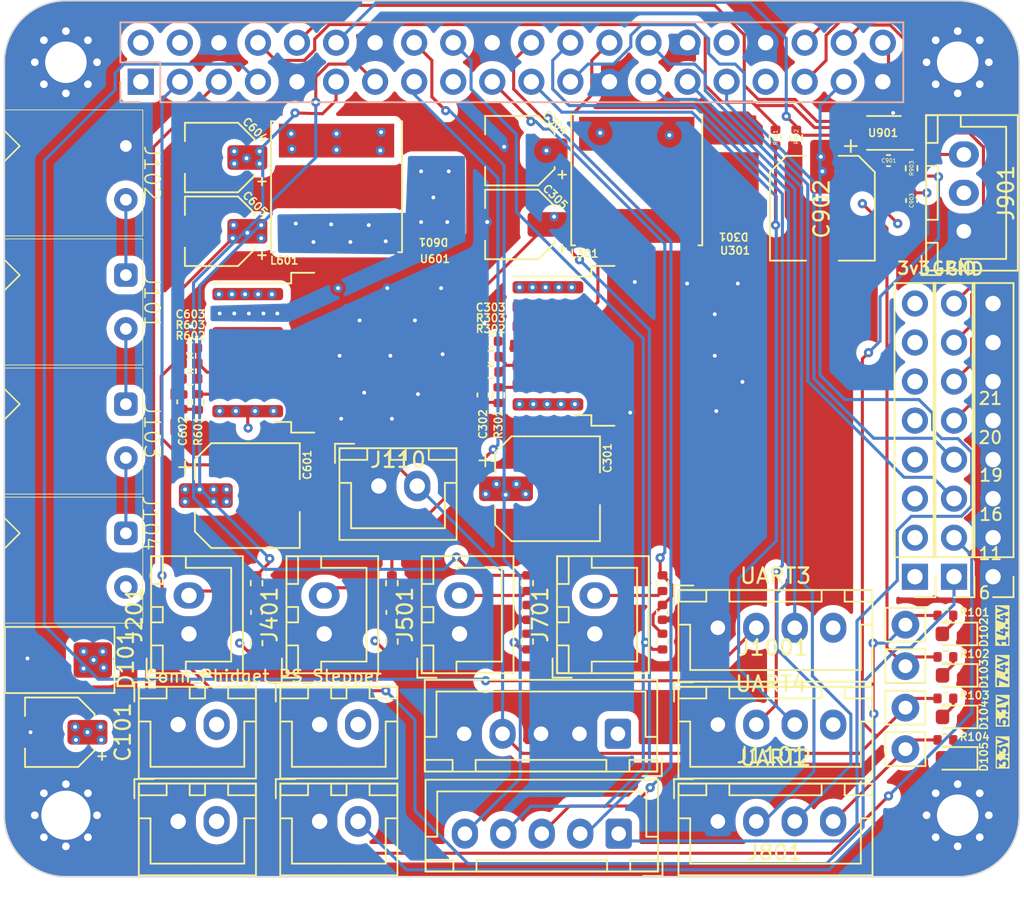
<source format=kicad_pcb>
(kicad_pcb (version 20221018) (generator pcbnew)
  (layers (0 "F.Cu" signal) (1 "In1.Cu" signal "In1.Cu - GND") (2 "In2.Cu" signal "In2.Cu - Power Supply") (31 "B.Cu" signal) (34 "B.Paste" user) (35 "F.Paste" user) (36 "B.SilkS" user "B.Silkscreen") (37 "F.SilkS" user "F.Silkscreen") (38 "B.Mask" user) (39 "F.Mask" user) (44 "Edge.Cuts" user))
  (property "Rbas" "2k8")
  (net 0 "")
  (net 1 "/FDC_2")
  (net 2 "GND")
  (net 3 "/FDC_3")
  (net 4 "/FDC_1")
  (net 5 "/FDC_4")
  (net 6 "+3.3V")
  (net 7 "7.4V")
  (net 8 "/GPIO2")
  (net 9 "/GPIO3")
  (net 10 "/GPIO6")
  (net 11 "/GPIO11")
  (net 12 "/GPIO16")
  (net 13 "/GPIO19")
  (net 14 "/GPIO20")
  (net 15 "/GPIO21")
  (net 16 "5.1V")
  (net 17 "/Uart3_TX")
  (net 18 "/Uart1_TX")
  (net 19 "/Uart1_RX")
  (net 20 "/UartTX_Enable")
  (net 21 "/S0_color_sensor")
  (net 22 "/S1_color_sensor")
  (net 23 "/Uart4_RX")
  (net 24 "/S2_color_sensor")
  (net 25 "/Uart4_TX")
  (net 26 "/S3_color_sensor")
  (net 27 "/Uart2_TX")
  (net 28 "/Uart2_RX")
  (net 29 "/Uart3_RX")
  (net 30 "/Uart5_TX")
  (net 31 "/Uart5_RX")
  (net 32 "/Out_color_sensor")
  (net 33 "14.4V")
  (net 34 "Net-(C302-Pad1)")
  (net 35 "Net-(U301-FB)")
  (net 36 "Net-(C602-Pad1)")
  (net 37 "Net-(U601-FB)")
  (net 38 "/XL_320_connector_and_buffer/DXL_Data")
  (net 39 "Net-(D102-A)")
  (net 40 "Net-(D103-A)")
  (net 41 "Net-(D104-A)")
  (net 42 "Net-(D105-A)")
  (net 43 "/BUCK_7.4V/voutbuck")
  (net 44 "/V_BAT")
  (net 45 "/BUCK_5.1V/voutbuck")
  (net 46 "Net-(J101-Pin_1)")
  (net 47 "Net-(J103-Pin_2)")
  (net 48 "Net-(J201-Pin_2)")
  (net 49 "Net-(J401-Pin_2)")
  (net 50 "Net-(J501-Pin_2)")
  (net 51 "Net-(J701-Pin_2)")
  (net 52 "/BUCK_7.4V/vc")
  (net 53 "/BUCK_5.1V/vc")
  (footprint "Capacitor_SMD:CP_Elec_6.3x7.7" (layer "F.Cu") (at 99.2 59.5 -90)
    (fp_text reference "C902")
    (fp_text value "100u")
  )
  (footprint "Capacitor_SMD:CP_Elec_4x5.4" (layer "F.Cu") (at 79.525 55.755 180)
    (fp_text reference "C304")
    (fp_text value "22u")
  )
  (footprint "custom:DST10100S" (layer "F.Cu") (at 73.93 56.3 90)
    (fp_text reference "D601")
    (fp_text value "D_Schottky")
  )
  (footprint "Resistor_SMD:R_0402_1005Metric" (layer "F.Cu") (at 97.5 54.9 -90)
    (fp_text reference "R902")
    (fp_text value "10k")
  )
  (footprint "custom:DST10100S" (layer "F.Cu") (at 93.455 55.855 90)
    (fp_text reference "D301")
    (fp_text value "D_Schottky")
  )
  (footprint "MountingHole:MountingHole_2.7mm_M2.5_Pad_Via" (layer "F.Cu") (at 50 99)
    (fp_text reference "H104" hide)
    (fp_text value "MountingHole_Pad" hide)
  )
  (footprint "Package_SO:VSSOP-8_2.3x2mm_P0.5mm" (layer "F.Cu") (at 103.2 54.6 180)
    (fp_text reference "U901")
    (fp_text value "74LVC2G241")
  )
  (footprint "Resistor_SMD:R_0402_1005Metric" (layer "F.Cu") (at 88.8 87.7 90)
    (fp_text reference "R701" hide)
    (fp_text value "100k")
  )
  (footprint "Resistor_SMD:R_0402_1005Metric" (layer "F.Cu") (at 58.11 69.61 180)
    (fp_text reference "R603")
    (fp_text value "2k2")
  )
  (footprint "Resistor_SMD:R_0402_1005Metric" (layer "F.Cu") (at 77.635 69.165 180)
    (fp_text reference "R303")
    (fp_text value "2k2")
  )
  (footprint "MountingHole:MountingHole_2.7mm_M2.5_Pad_Via" (layer "F.Cu") (at 108 50)
    (fp_text reference "H102" hide)
    (fp_text value "MountingHole_Pad" hide)
  )
  (footprint "Connector_JST:JST_XH_B2B-XH-A_1x02_P2.50mm_Vertical" (layer "F.Cu") (at 57.3 99.4)
    (fp_text reference "J107" hide)
    (fp_text value "Conn_Phidget_PS_Stepper_2")
  )
  (footprint "LED_SMD:LED_0603_1608Metric" (layer "F.Cu") (at 107.8 95.3 180)
    (fp_text reference "D105")
    (fp_text value "LED")
  )
  (footprint "Capacitor_SMD:CP_Elec_4x5.4" (layer "F.Cu") (at 49.6 93.6 180)
    (fp_text reference "C101")
    (fp_text value "10u")
  )
  (footprint "Diode_SMD:D_SMB" (layer "F.Cu") (at 49.6 88.9 180)
    (fp_text reference "D101")
    (fp_text value "TVS 20.5V")
  )
  (footprint "Resistor_SMD:R_0402_1005Metric" (layer "F.Cu") (at 88.8 83.9 -90)
    (fp_text reference "R702" hide)
    (fp_text value "1k")
  )
  (footprint "Capacitor_SMD:C_0402_1005Metric" (layer "F.Cu") (at 57.6 72.1 90)
    (fp_text reference "C602")
    (fp_text value "10n")
  )
  (footprint "Connector_JST:JST_XH_B5B-XH-A_1x05_P2.50mm_Vertical" (layer "F.Cu") (at 85.9 93.7 180)
    (fp_text reference "J114" hide)
    (fp_text value "Conn_01x05")
  )
  (footprint "Connector_PinHeader_2.54mm:PinHeader_1x08_P2.54mm_Vertical" (layer "F.Cu") (at 110.3 83.48 180)
    (fp_text reference "J111" hide)
    (fp_text value "Conn_GND" hide)
  )
  (footprint "Resistor_SMD:R_0402_1005Metric" (layer "F.Cu") (at 62.4 83.9 -90)
    (fp_text reference "R202" hide)
    (fp_text value "1k")
  )
  (footprint "Connector_JST:JST_XH_B2B-XH-A_1x02_P2.50mm_Vertical" (layer "F.Cu") (at 66.5 93.1)
    (fp_text reference "J108" hide)
    (fp_text value "Conn_Phidget_PS_Stepper_3")
  )
  (footprint "Connector_Pin:Pin_D0.9mm_L10.0mm_W2.4mm_FlatFork" (layer "F.Cu") (at 104.6 94.7)
    (fp_text reference "TP104" hide)
    (fp_text value "3V3")
  )
  (footprint "LED_SMD:LED_0603_1608Metric" (layer "F.Cu") (at 107.8 92.6 180)
    (fp_text reference "D104")
    (fp_text value "LED")
  )
  (footprint "custom:691322110002" (layer "F.Cu") (at 53.9 65.6 -90)
    (fp_text reference "J101")
    (fp_text value "Bat 2")
  )
  (footprint "Inductor_SMD:L_Changjiang_FNR8065S" (layer "F.Cu") (at 67.6 58.1 90)
    (fp_text reference "L601")
    (fp_text value "22m")
  )
  (footprint "Resistor_SMD:R_0402_1005Metric" (layer "F.Cu") (at 80 87.7 90)
    (fp_text reference "R501" hide)
    (fp_text value "100k")
  )
  (footprint "Connector_JST:JST_XH_B5B-XH-A_1x05_P2.50mm_Vertical" (layer "F.Cu") (at 85.95 100.2 180)
    (fp_text reference "J115" hide)
    (fp_text value "Conn_01x05")
  )
  (footprint "Connector_JST:JST_XH_B2B-XH-A_1x02_P2.50mm_Vertical" (layer "F.Cu") (at 70.35 77.575)
    (fp_text reference "J110")
    (fp_text value "Conn_01x02")
  )
  (footprint "Resistor_SMD:R_0402_1005Metric" (layer "F.Cu") (at 71.2 87.7 90)
    (fp_text reference "R401" hide)
    (fp_text value "100k")
  )
  (footprint "Connector_JST:JST_XH_B4B-XH-A_1x04_P2.50mm_Vertical" (layer "F.Cu") (at 92.4 99.4)
    (fp_text reference "J801")
    (fp_text value "Conn_UART")
  )
  (footprint "Capacitor_SMD:C_0402_1005Metric" (layer "F.Cu") (at 77.125 71.655 90)
    (fp_text reference "C302")
    (fp_text value "10n")
  )
  (footprint "Connector_Pin:Pin_D0.9mm_L10.0mm_W2.4mm_FlatFork" (layer "F.Cu") (at 104.6 89.3)
    (fp_text reference "TP103" hide)
    (fp_text value "7.4V")
  )
  (footprint "Resistor_SMD:R_0402_1005Metric" (layer "F.Cu") (at 105 56.9 90)
    (fp_text reference "R903")
    (fp_text value "10k")
  )
  (footprint "Resistor_SMD:R_0402_1005Metric" (layer "F.Cu") (at 62.4 87.8 90)
    (fp_text reference "R201" hide)
    (fp_text value "100k")
  )
  (footprint "custom:691322110002" (layer "F.Cu") (at 53.9 82.4 -90)
    (fp_text reference "J104")
    (fp_text value "Switch")
  )
  (footprint "Capacitor_SMD:CP_Elec_4x5.4" (layer "F.Cu") (at 79.525 60.555 180)
    (fp_text reference "C305")
    (fp_text value "22u")
  )
  (footprint "Capacitor_SMD:C_0402_1005Metric" (layer "F.Cu") (at 77.625 68.155 180)
    (fp_text reference "C303")
    (fp_text value "10n")
  )
  (footprint "Connector_JST:JST_XH_B4B-XH-A_1x04_P2.50mm_Vertical" (layer "F.Cu") (at 92.4 93.1)
    (fp_text reference "J1101")
    (fp_text value "Conn_UART")
  )
  (footprint "Inductor_SMD:L_Changjiang_FNR8065S" (layer "F.Cu") (at 87.125 57.655 90)
    (fp_text reference "L301")
    (fp_text value "22m")
  )
  (footprint "Resistor_SMD:R_0402_1005Metric" (layer "F.Cu") (at 80 83.9 -90)
    (fp_text reference "R502" hide)
    (fp_text value "1k")
  )
  (footprint "Capacitor_SMD:CP_Elec_6.3x7.7" (layer "F.Cu") (at 61.8 78.2)
    (fp_text reference "C601")
    (fp_text value "100u")
  )
  (footprint "Capacitor_SMD:C_0402_1005Metric" (layer "F.Cu") (at 58.1 68.6 180)
    (fp_text reference "C603")
    (fp_text value "10n")
  )
  (footprint "Connector_PinHeader_2.54mm:PinHeader_1x08_P2.54mm_Vertical" (layer "F.Cu") (at 105.22 83.48 180)
    (fp_text reference "J113" hide)
    (fp_text value "Conn_3.3V" hide)
  )
  (footprint "Package_TO_SOT_SMD:TO-263-7_TabPin4" (layer "F.Cu") (at 69.475 68.9)
    (fp_text reference "U601")
    (fp_text value "LT1076CR-PBF")
  )
  (footprint "Connector_JST:JST_XH_B3B-XH-A_1x03_P2.50mm_Vertical" (layer "F.Cu") (at 108.4 61 90)
    (fp_text reference "J901")
    (fp_text value "Conn_XL320")
  )
  (footprint "Resistor_SMD:R_0402_1005Metric" (layer "F.Cu") (at 107.2 91.4)
    (fp_text reference "R103")
    (fp_text value "1k")
  )
  (footprint "Resistor_SMD:R_0402_1005Metric" (layer "F.Cu") (at 77.625 70.155)
    (fp_text reference "R302")
    (fp_text value "2k87")
  )
  (footprint "MountingHole:MountingHole_2.7mm_M2.5_Pad_Via" (layer "F.Cu") (at 108 99)
    (fp_text reference "H103" hide)
    (fp_text value "MountingHole_Pad" hide)
  )
  (footprint "Connector_JST:JST_XH_B4B-XH-A_1x04_P2.50mm_Vertical" (layer "F.Cu") (at 92.4 86.8)
    (fp_text reference "J1001")
    (fp_text value "Conn_UART")
  )
  (footprint "Capacitor_SMD:C_0402_1005Metric" (layer "F.Cu") (at 105 59 -90)
    (fp_text reference "C903")
    (fp_text value "100n")
  )
  (footprint "Resistor_SMD:R_0402_1005Metric" (layer "F.Cu") (at 107.2 88.7)
    (fp_text reference "R102")
    (fp_text value "1k8")
  )
  (footprint "custom:691322110002" (layer "F.Cu") (at 53.9 74 -90)
    (fp_text reference "J103")
    (fp_text value "AU")
  )
  (footprint "custom:691322110002" (layer "F.Cu") (at 53.9 57.2 -90)
    (fp_text reference "J102")
    (fp_text value "Bat 1")
  )
  (footprint "Resistor_SMD:R_0402_1005Metric" (layer "F.Cu") (at 58.1 70.6)
    (fp_text reference "R602")
    (fp_text value "2k87")
  )
  (footprint "Capacitor_SMD:C_0402_1005Metric" (layer "F.Cu") (at 88.8 85.8 -90)
    (fp_text reference "C701" hide)
    (fp_text value "100n")
  )
  (footprint "Resistor_SMD:R_0402_1005Metric" (layer "F.Cu") (at 78.125 71.665 -90)
    (fp_text reference "R301")
    (fp_text value "2.7k")
  )
  (footprint "Connector_JST:JST_XH_B2B-XH-A_1x02_P2.50mm_Vertical" (layer "F.Cu") (at 84.4 87.2 90)
    (fp_text reference "J701")
    (fp_text value "Conn_FDC")
  )
  (footprint "Capacitor_SMD:CP_Elec_4x5.4" (layer "F.Cu") (at 60 61 180)
    (fp_text reference "C605")
    (fp_text value "22u")
  )
  (footprint "Capacitor_SMD:CP_Elec_4x5.4" (layer "F.Cu") (at 60 56.2 180)
    (fp_text reference "C604")
    (fp_text value "22u")
  )
  (footprint "Resistor_SMD:R_0402_1005Metric" (layer "F.Cu") (at 58.6 72.11 -90)
    (fp_text reference "R601")
    (fp_text value "2.7k")
  )
  (footprint "Capacitor_SMD:C_0402_1005Metric" (layer "F.Cu") (at 62.4 85.8 90)
    (fp_text reference "C201" hide)
    (fp_text value "100n")
  )
  (footprint "LED_SMD:LED_0603_1608Metric" (layer "F.Cu") (at 107.7875 87.2 180)
    (fp_text reference "D102")
    (fp_text value "LED")
  )
  (footprint "Resistor_SMD:R_0402_1005Metric" (layer "F.Cu") (at 107.2 94.1)
    (fp_text reference "R104")
    (fp_text value "1k")
  )
  (footprint "Capacitor_SMD:C_0402_1005Metric" (layer "F.Cu") (at 71.2 85.8 90)
    (fp_text reference "C401" hide)
    (fp_text value "100n")
  )
  (footprint "Capacitor_SMD:CP_Elec_6.3x7.7" (layer "F.Cu") (at 81.325 77.755)
    (fp_text reference "C301")
    (fp_text value "100u")
  )
  (footprint "Package_TO_SOT_SMD:TO-263-7_TabPin4" (layer "F.Cu") (at 89 68.455)
    (fp_text reference "U301")
    (fp_text value "LT1076CR-PBF")
  )
  (footprint "LED_SMD:LED_0603_1608Metric" (layer "F.Cu") (at 107.8 89.9 180)
    (fp_text reference "D103")
    (fp_text value "LED")
  )
  (footprint "Connector_JST:JST_XH_B2B-XH-A_1x02_P2.50mm_Vertical" (layer "F.Cu") (at 75.6 87.2 90)
    (fp_text reference "J501")
    (fp_text value "Conn_FDC")
  )
  (footprint "" (layer "F.Cu") (at 50 99)
    (fp_text reference "")
    (fp_text value "")
  )
  (footprint "Connector_Pin:Pin_D0.9mm_L10.0mm_W2.4mm_FlatFork" (layer "F.Cu") (at 104.6 92)
    (fp_text reference "TP102" hide)
    (fp_text value "5.1V")
  )
  (footprint "Capacitor_SMD:C_0402_1005Metric" (layer "F.Cu") (at 80 85.8 -90)
    (fp_text reference "C501" hide)
    (fp_text value "100n")
  )
  (footprint "Capacitor_SMD:C_0402_1005Metric" (layer "F.Cu") (at 103.5 56.4)
    (fp_text reference "C901")
    (fp_text value "100n")
  )
  (footprint "Connector_Pin:Pin_D0.9mm_L10.0mm_W2.4mm_FlatFork" (layer "F.Cu") (at 104.6 86.6)
    (fp_text reference "TP101" hide)
    (fp_text value "TestPoint")
  )
  (footprint "Resistor_SMD:R_0402_1005Metric" (layer "F.Cu") (at 107.2 86)
    (fp_text reference "R101")
    (fp_text value "4k7")
  )
  (footprint "Connector_JST:JST_XH_B2B-XH-A_1x02_P2.50mm_Vertical" (layer "F.Cu") (at 58 87.2 90)
    (fp_text reference "J201")
    (fp_text value "Conn_FDC")
  )
  (footprint "Resistor_SMD:R_0402_1005Metric" (layer "F.Cu") (at 96.15 54.9 90)
    (fp_text reference "R901")
    (fp_text value "10k")
  )
  (footprint "Resistor_SMD:R_0402_1005Metric" (layer "F.Cu") (at 71.2 83.9 -90)
    (fp_text reference "R402" hide)
    (fp_text value "1k")
  )
  (footprint "Connector_PinHeader_2.54mm:PinHeader_1x08_P2.54mm_Vertical" (layer "F.Cu") (at 107.76 83.48 180)
    (fp_text reference "J112" hide)
    (fp_text value "Conn_GPIO_unused" hide)
  )
  (footprint "MountingHole:MountingHole_2.7mm_M2.5_Pad_Via" (layer "F.Cu") (at 50 50)
    (fp_text reference "H101" hide)
    (fp_text value "MountingHole_Pad" hide)
  )
  (footprint "Connector_JST:JST_XH_B2B-XH-A_1x02_P2.50mm_Vertical" (layer "F.Cu") (at 66.5 99.4)
    (fp_text reference "J109" hide)
    (fp_text value "Conn_Phidget_PS_Stepper_4")
  )
  (footprint "Connector_JST:JST_XH_B2B-XH-A_1x02_P2.50mm_Vertical" (layer "F.Cu") (at 57.3 93.1)
    (fp_text reference "J106" hide)
    (fp_text value "Conn_Phidget_PS_Stepper_1")
  )
  (footprint "Connector_JST:JST_XH_B2B-XH-A_1x02_P2.50mm_Vertical" (layer "F.Cu") (at 66.8 87.2 90)
    (fp_text reference "J401")
    (fp_text value "Conn_FDC")
  )
  (footprint "Connector_PinSocket_2.54mm:PinSocket_2x20_P2.54mm_Vertical" (layer "B.Cu") (at 54.87 51.27 -90)
    (fp_text reference "J105" hide)
    (fp_text value "Conn_RPI" hide)
  )
  (gr_arc (start 50 103) (mid 47.171573 101.828427) (end 46 99) (stroke (width 0.1)) (layer "Edge.Cuts"))
  (gr_arc (start 112 99) (mid 110.828427 101.828427) (end 108 103) (stroke (width 0.1)) (layer "Edge.Cuts"))
  (gr_line (start 112 50) (end 112 99) (stroke (width 0.1)) (layer "Edge.Cuts"))
  (gr_line (start 46 99) (end 46 50) (stroke (width 0.1)) (layer "Edge.Cuts"))
  (gr_line (start 50 46) (end 108 46) (stroke (width 0.1)) (layer "Edge.Cuts"))
  (gr_arc (start 108 46) (mid 110.828427 47.171573) (end 112 50) (stroke (width 0.1)) (layer "Edge.Cuts"))
  (gr_arc (start 46 50) (mid 47.171573 47.171573) (end 50 46) (stroke (width 0.1)) (layer "Edge.Cuts"))
  (gr_line (start 50 103) (end 108 103) (stroke (width 0.1)) (layer "Edge.Cuts"))
  (gr_text "Conn_Phidget_PS_Stepper" (at 55.075 90.425) (layer "F.SilkS") (effects (font (size 0.8 0.8) (thickness 0.125)) (justify left bottom)))
  (gr_text "6" (at 109.28 84.995) (layer "F.SilkS") (effects (font (size 0.8 0.8) (thickness 0.125)) (justify left bottom)))
  (gr_text "19" (at 109.33 77.345) (layer "F.SilkS") (effects (font (size 0.8 0.8) (thickness 0.125)) (justify left bottom)))
  (gr_text "7.4V" (at 111.3 90.7 90) (layer "F.SilkS" knockout) (effects (font (size 0.6 0.6) (thickness 0.15) bold) (justify left bottom)))
  (gr_text "20" (at 109.28 74.895) (layer "F.SilkS") (effects (font (size 0.8 0.8) (thickness 0.125)) (justify left bottom)))
  (gr_text "21" (at 109.28 72.345) (layer "F.SilkS") (effects (font (size 0.8 0.8) (thickness 0.125)) (justify left bottom)))
  (gr_text "3.3V" (at 111.3 96 90) (layer "F.SilkS" knockout) (effects (font (size 0.6 0.6) (thickness 0.15) bold) (justify left bottom)))
  (gr_text "11" (at 109.28 82.445) (layer "F.SilkS") (effects (font (size 0.8 0.8) (thickness 0.125)) (justify left bottom)))
  (gr_text "14.4V" (at 111.3 88.04 90) (layer "F.SilkS" knockout) (effects (font (size 0.6 0.6) (thickness 0.15) bold) (justify left bottom)))
  (gr_text "16" (at 109.33 79.895) (layer "F.SilkS") (effects (font (size 0.8 0.8) (thickness 0.125)) (justify left bottom)))
  (gr_text "5.1V" (at 111.3 93.3 90) (layer "F.SilkS" knockout) (effects (font (size 0.6 0.6) (thickness 0.15) bold) (justify left bottom)))
  (segment (start 63.25 82.3) (end 63.25 82.54) (width 0.2) (layer "F.Cu") (net 1))
  (segment (start 66.25 52.6) (end 66.25 50.963654) (width 0.2) (layer "F.Cu") (net 1))
  (segment (start 62.4 86.28) (end 63.02 85.66) (width 0.2) (layer "F.Cu") (net 1))
  (segment (start 63.02 84.01) (end 62.4 83.39) (width 0.2) (layer "F.Cu") (net 1))
  (segment (start 63.25 82.54) (end 62.4 83.39) (width 0.2) (layer "F.Cu") (net 1))
  (segment (start 62.4 87.29) (end 62.4 86.28) (width 0.2) (layer "F.Cu") (net 1))
  (segment (start 66.25 50.963654) (end 67.093654 50.12) (width 0.2) (layer "F.Cu") (net 1))
  (segment (start 68.96 50.12) (end 70.11 51.27) (width 0.2) (layer "F.Cu") (net 1))
  (segment (start 63.02 85.66) (end 63.02 84.01) (width 0.2) (layer "F.Cu") (net 1))
  (segment (start 67.093654 50.12) (end 68.96 50.12) (width 0.2) (layer "F.Cu") (net 1))
  (via (at 63.25 82.3) (size 0.6) (drill 0.25) (layers "F.Cu" "B.Cu") (net 1))
  (via (at 66.25 52.6) (size 0.6) (drill 0.25) (layers "F.Cu" "B.Cu") (net 1))
  (segment (start 66.25 52.6) (end 66.25 56.2) (width 0.2) (layer "B.Cu") (net 1))
  (segment (start 63.35 59.1) (end 63.35 59.88995) (width 0.2) (layer "B.Cu") (net 1))
  (segment (start 66.25 56.2) (end 63.35 59.1) (width 0.2) (layer "B.Cu") (net 1))
  (segment (start 58.7 64.53995) (end 58.7 77.75) (width 0.2) (layer "B.Cu") (net 1))
  (segment (start 63.35 59.88995) (end 58.7 64.53995) (width 0.2) (layer "B.Cu") (net 1))
  (segment (start 58.7 77.75) (end 63.25 82.3) (width 0.2) (layer "B.Cu") (net 1))
  (segment (start 56.99 72.23) (end 56.99 73.49) (width 0.2) (layer "F.Cu") (net 2))
  (segment (start 57.62 68.6) (end 57.62 69.59) (width 0.2) (layer "F.Cu") (net 2))
  (segment (start 77.125 68.175) (end 77.145 68.155) (width 0.2) (layer "F.Cu") (net 2))
  (segment (start 57.62 68.6) (end 57.62 67.73) (width 0.2) (layer "F.Cu") (net 2))
  (segment (start 57.62 69.59) (end 57.6 69.61) (width 0.2) (layer "F.Cu") (net 2))
  (segment (start 104.2 53.3) (end 104.75 53.85) (width 0.2) (layer "F.Cu") (net 2))
  (segment (start 77.145 68.155) (end 77.145 67.055) (width 0.2) (layer "F.Cu") (net 2))
  (segment (start 77.145 67.055) (end 77.2 67) (width 0.2) (layer "F.Cu") (net 2))
  (segment (start 57.62 67.73) (end 58.15 67.2) (width 0.2) (layer "F.Cu") (net 2))
  (segment (start 56.99 73.49) (end 57.45 73.95) (width 0.2) (layer "F.Cu") (net 2))
  (segment (start 77.125 69.165) (end 77.125 68.175) (width 0.2) (layer "F.Cu") (net 2))
  (segment (start 57.6 71.62) (end 56.99 72.23) (width 0.2) (layer "F.Cu") (net 2))
  (segment (start 103.8 53.3) (end 104.2 53.3) (width 0.2) (layer "F.Cu") (net 2))
  (via (at 57.45 73.95) (size 0.6) (drill 0.25) (layers "F.Cu" "B.Cu") (net 2))
  (via (at 77.4 60.4) (size 0.6) (drill 0.25) (layers "F.Cu" "B.Cu") (net 2))
  (via (at 92.2 69.1) (size 0.6) (drill 0.25) (layers "F.Cu" "B.Cu") (net 2))
  (via (at 93.7 64.4) (size 0.6) (drill 0.25) (layers "F.Cu" "B.Cu") (net 2))
  (via (at 58.15 67.2) (size 0.6) (drill 0.25) (layers "F.Cu" "B.Cu") (net 2))
  (via (at 92.2 66.4) (size 0.6) (drill 0.25) (layers "F.Cu" "B.Cu") (net 2))
  (via (at 67.9 73.2) (size 0.6) (drill 0.25) (layers "F.Cu" "B.Cu") (net 2))
  (via (at 87 64.3) (size 0.6) (drill 0.25) (layers "F.Cu" "B.Cu") (net 2))
  (via (at 69.1 66.8) (size 0.6) (drill 0.25) (layers "F.Cu" "B.Cu") (net 2))
  (via (at 103.8 53.3) (size 0.6) (drill 0.25) (layers "F.Cu" "B.Cu") (net 2))
  (via (at 67.8 69.1) (size 0.6) (drill 0.25) (layers "F.Cu" "B.Cu") (net 2))
  (via (at 90.4 64.4) (size 0.6) (drill 0.25) (layers "F.Cu" "B.Cu") (net 2))
  (via (at 74.5 69) (size 0.6) (drill 0.25) (layers "F.Cu" "B.Cu") (net 2))
  (via (at 67.7 64.7) (size 0.6) (drill 0.25) (layers "F.Cu" "B.Cu") (net 2))
  (via (at 47.5 88.8) (size 0.6) (drill 0.25) (layers "F.Cu" "B.Cu") (net 2))
  (via (at 78.5 55.5) (size 0.6) (drill 0.25) (layers "F.Cu" "B.Cu") (net 2))
  (via (at 72.7 66.8) (size 0.6) (drill 0.25) (layers "F.Cu" "B.Cu") (net 2))
  (via (at 77.4 60.4) (size 0.6) (drill 0.25) (layers "F.Cu" "B.Cu") (net 2))
  (via (at 86.7 72.8) (size 0.6) (drill 0.25) (layers "F.Cu" "B.Cu") (net 2))
  (via (at 71.1 69.1) (size 0.6) (drill 0.25) (layers "F.Cu" "B.Cu") (net 2))
  (via (at 72.9 71.6) (size 0.6) (drill 0.25) (layers "F.Cu" "B.Cu") (net 2))
  (via (at 69.4 71.5) (size 0.6) (drill 0.25) (layers "F.Cu" "B.Cu") (net 2))
  (via (at 77.2 67) (size 0.6) (drill 0.25) (layers "F.Cu" "B.Cu") (net 2))
  (via (at 71.2 73.2) (size 0.6) (drill 0.25) (layers "F.Cu" "B.Cu") (net 2))
  (via (at 47.7 93.6) (size 0.6) (drill 0.25) (layers "F.Cu" "B.Cu") (net 2))
  (via (at 92.3 72.7) (size 0.6) (drill 0.25) (layers "F.Cu" "B.Cu") (net 2))
  (via (at 94 70.8) (size 0.6) (drill 0.25) (layers "F.Cu" "B.Cu") (net 2))
  (via (at 74.4 64.7) (size 0.6) (drill 0.25) (layers "F.Cu" "B.Cu") (net 2))
  (via (at 70.9 64.7) (size 0.6) (drill 0.25) (layers "F.Cu" "B.Cu") (net 2))
  (segment (start 71.2 81.8) (end 71.2 83.39) (width 0.2) (layer "F.Cu") (net 3))
  (segment (start 77.8 75.2) (end 71.2 81.8) (width 0.2) (layer "F.Cu") (net 3))
  (segment (start 71.82 84.01) (end 71.82 85.66) (width 0.2) (layer "F.Cu") (net 3))
  (segment (start 71.2 87.19) (end 71.2 86.28) (width 0.2) (layer "F.Cu") (net 3))
  (segment (start 71.82 85.66) (end 71.2 86.28) (width 0.2) (layer "F.Cu") (net 3))
  (segment (start 71.2 83.39) (end 71.82 84.01) (width 0.2) (layer "F.Cu") (net 3))
  (via (at 77.8 75.2) (size 0.6) (drill 0.25) (layers "F.Cu" "B.Cu") (net 3))
  (segment (start 78.1 74.9) (end 78.1 57.53995) (width 0.2) (layer "B.Cu") (net 3))
  (segment (start 72.65 52.08995) (end 72.65 51.27) (width 0.2) (layer "B.Cu") (net 3))
  (segment (start 77.8 75.2) (end 78.1 74.9) (width 0.2) (layer "B.Cu") (net 3))
  (segment (start 78.1 57.53995) (end 72.65 52.08995) (width 0.2) (layer "B.Cu") (net 3))
  (segment (start 76.59 83.39) (end 80 83.39) (width 0.2) (layer "F.Cu") (net 4))
  (segment (start 67.57 51.27) (end 67.57 52.472081) (width 0.2) (layer "F.Cu") (net 4))
  (segment (start 80.309999 85.32) (end 80.62 85.009999) (width 0.2) (layer "F.Cu") (net 4))
  (segment (start 80.61 86.899999) (end 80.61 85.93) (width 0.2) (layer "F.Cu") (net 4))
  (segment (start 80 87.19) (end 80.319999 87.19) (width 0.2) (layer "F.Cu") (net 4))
  (segment (start 67.57 52.472081) (end 66.692081 53.35) (width 0.2) (layer "F.Cu") (net 4))
  (segment (start 66.692081 53.35) (end 64.9 53.3) (width 0.2) (layer "F.Cu") (net 4))
  (segment (start 80 85.32) (end 80.309999 85.32) (width 0.2) (layer "F.Cu") (net 4))
  (segment (start 80.319999 87.19) (end 80.61 86.899999) (width 0.2) (layer "F.Cu") (net 4))
  (segment (start 80.61 85.93) (end 80 85.32) (width 0.2) (layer "F.Cu") (net 4))
  (segment (start 80.62 84.01) (end 80 83.39) (width 0.2) (layer "F.Cu") (net 4))
  (segment (start 64.9 53.3) (end 64.95 53.35) (width 0.2) (layer "F.Cu") (net 4))
  (segment (start 80.62 85.009999) (end 80.62 84.01) (width 0.2) (layer "F.Cu") (net 4))
  (segment (start 75.4 82.2) (end 76.59 83.39) (width 0.2) (layer "F.Cu") (net 4))
  (via (at 75.4 82.2) (size 0.6) (drill 0.25) (layers "F.Cu" "B.Cu") (net 4))
  (via (at 64.9 53.3) (size 0.6) (drill 0.25) (layers "F.Cu" "B.Cu") (net 4))
  (segment (start 62.8 59.85) (end 58.3 64.35) (width 0.2) (layer "B.Cu") (net 4))
  (segment (start 62.8 55.5) (end 62.8 59.85) (width 0.2) (layer "B.Cu") (net 4))
  (segment (start 74.6 83) (end 75.4 82.2) (width 0.2) (layer "B.Cu") (net 4))
  (segment (start 64.95 53.35) (end 62.8 55.5) (width 0.2) (layer "B.Cu") (net 4))
  (segment (start 62.96005 83) (end 74.6 83) (width 0.2) (layer "B.Cu") (net 4))
  (segment (start 58.3 64.35) (end 58.3 78.33995) (width 0.2) (layer "B.Cu") (net 4))
  (segment (start 58.3 78.33995) (end 62.96005 83) (width 0.2) (layer "B.Cu") (net 4))
  (segment (start 80.241852 53.858148) (end 80.241852 53.781852) (width 0.2) (layer "F.Cu") (net 5))
  (segment (start 80.241852 53.781852) (end 77.73 51.27) (width 0.2) (layer "F.Cu") (net 5))
  (segment (start 88.65 82.25) (end 88.65 83.24) (width 0.2) (layer "F.Cu") (net 5))
  (segment (start 88.8 85.32) (end 88.828924 85.32) (width 0.2) (layer "F.Cu") (net 5))
  (segment (start 88.827746 85.32) (end 88.828924 85.32) (width 0.2) (layer "F.Cu") (net 5))
  (segment (start 88.8 87.19) (end 88.777746 87.19) (width 0.2) (layer "F.Cu") (net 5))
  (segment (start 88.777746 87.19) (end 88.19 86.602254) (width 0.2) (layer "F.Cu") (net 5))
  (segment (start 88.19 85.957746) (end 88.827746 85.32) (width 0.2) (layer "F.Cu") (net 5))
  (segment (start 88.65 83.24) (end 88.8 83.39) (width 0.2) (layer "F.Cu") (net 5))
  (segment (start 88.19 86.602254) (end 88.19 85.957746) (width 0.2) (layer "F.Cu") (net 5))
  (segment (start 88.828924 85.32) (end 89.42 84.728924) (width 0.2) (layer "F.Cu") (net 5))
  (segment (start 89.42 84.01) (end 88.8 83.39) (width 0.2) (layer "F.Cu") (net 5))
  (segment (start 89.42 84.728924) (end 89.42 84.01) (width 0.2) (layer "F.Cu") (net 5))
  (via (at 88.65 82.25) (size 0.6) (drill 0.25) (layers "F.Cu" "B.Cu") (net 5))
  (via (at 80.241852 53.858148) (size 0.6) (drill 0.25) (layers "F.Cu" "B.Cu") (net 5))
  (segment (start 88.95 81.9) (end 88.65 82.2) (width 0.2) (layer "B.Cu") (net 5))
  (segment (start 81.484314 54.35) (end 88.942157 61.807843) (width 0.2) (layer "B.Cu") (net 5))
  (segment (start 88.95 61.815686) (end 88.95 81.9) (width 0.2) (layer "B.Cu") (net 5))
  (segment (start 80.241852 53.858148) (end 80.568198 53.858148) (width 0.2) (layer "B.Cu") (net 5))
  (segment (start 88.942157 61.807843) (end 88.95 61.815686) (width 0.2) (layer "B.Cu") (net 5))
  (segment (start 88.65 82.2) (end 88.65 82.25) (width 0.2) (layer "B.Cu") (net 5))
  (segment (start 81.06005 54.35) (end 81.484314 54.35) (width 0.2) (layer "B.Cu") (net 5))
  (segment (start 80.568198 53.858148) (end 81.06005 54.35) (width 0.2) (layer "B.Cu") (net 5))
  (segment (start 71.2 88.21) (end 70.66 88.21) (width 0.2) (layer "F.Cu") (net 6))
  (segment (start 80 88.21) (end 79.61 88.21) (width 0.2) (layer "F.Cu") (net 6))
  (segment (start 103.02 56.4) (end 103.02 59.42) (width 0.2) (layer "F.Cu") (net 6))
  (segment (start 88.16 88.21) (end 87.7 87.75) (width 0.2) (layer "F.Cu") (net 6))
  (segment (start 105.2 94.1) (end 104.6 94.7) (width 0.2) (layer "F.Cu") (net 6))
  (segment (start 88.8 88.21) (end 88.16 88.21) (width 0.2) (layer "F.Cu") (net 6))
  (segment (start 104.6 94.7) (end 99.9 99.4) (width 0.2) (layer "F.Cu") (net 6))
  (segment (start 79.61 88.21) (end 79.15 87.75) (width 0.2) (layer "F.Cu") (net 6))
  (segment (start 103.02 59.42) (end 104.1 60.5) (width 0.2) (layer "F.Cu") (net 6))
  (segment (start 70.66 88.21) (end 70.1 87.65) (width 0.2) (layer "F.Cu") (net 6))
  (segment (start 106.69 94.1) (end 105.2 94.1) (width 0.2) (layer "F.Cu") (net 6))
  (segment (start 61.81 88.31) (end 61.3 87.8) (width 0.2) (layer "F.Cu") (net 6))
  (segment (start 62.4 88.31) (end 61.81 88.31) (width 0.2) (layer "F.Cu") (net 6))
  (segment (start 101.65 55.35) (end 101.97 55.35) (width 0.2) (layer "F.Cu") (net 6))
  (segment (start 101.97 55.35) (end 103.02 56.4) (width 0.2) (layer "F.Cu") (net 6))
  (segment (start 96.15 60.6) (end 96.15 55.41) (width 0.2) (layer "F.Cu") (net 6))
  (via (at 96.15 60.6) (size 0.6) (drill 0.25) (layers "F.Cu" "B.Cu") (net 6))
  (via (at 61.3 87.8) (size 0.6) (drill 0.25) (layers "F.Cu" "B.Cu") (net 6))
  (via (at 87.7 87.75) (size 0.6) (drill 0.25) (layers "F.Cu" "B.Cu") (net 6))
  (via (at 70.1 87.65) (size 0.6) (drill 0.25) (layers "F.Cu" "B.Cu") (net 6))
  (via (at 104.1 60.5) (size 0.6) (drill 0.25) (layers "F.Cu" "B.Cu") (net 6))
  (via (at 79.15 87.75) (size 0.6) (drill 0.25) (layers "F.Cu" "B.Cu") (net 6))
  (segment (start 76.3 65.58) (end 81.325 60.555) (width 0.2) (layer "F.Cu") (net 7))
  (segment (start 77.115 70.155) (end 76.555 69.595) (width 0.2) (layer "F.Cu") (net 7))
  (segment (start 81.32 55.755) (end 81.25 55.75) (width 0.2) (layer "F.Cu") (net 7))
  (segment (start 103.4 60.8) (end 101.8 59.2) (width 0.2) (layer "F.Cu") (net 7))
  (segment (start 105.02 58.5) (end 105 58.52) (width 0.2) (layer "F.Cu") (net 7))
  (segment (start 103.4 88.1) (end 103.4 60.8) (width 0.2) (layer "F.Cu") (net 7))
  (segment (start 76.545 69.595) (end 76.3 69.35) (width 0.2) (layer "F.Cu") (net 7))
  (segment (start 105.2 88.7) (end 104.6 89.3) (width 0.2) (layer "F.Cu") (net 7))
  (segment (start 106 58.5) (end 105.02 58.5) (width 0.2) (layer "F.Cu") (net 7))
  (segment (start 81.325 55.755) (end 81.32 55.755) (width 0.2) (layer "F.Cu") (net 7))
  (segment (start 76.3 69.35) (end 76.3 65.58) (width 0.2) (layer "F.Cu") (net 7))
  (segment (start 104.6 89.3) (end 103.4 88.1) (width 0.2) (layer "F.Cu") (net 7))
  (segment (start 106.69 88.7) (end 105.2 88.7) (width 0.2) (layer "F.Cu") (net 7))
  (segment (start 76.555 69.595) (end 76.545 69.595) (width 0.2) (layer "F.Cu") (net 7))
  (via (at 84.75 54.6) (size 0.6) (drill 0.25) (layers "F.Cu" "B.Cu") (net 7))
  (via (at 99.1 56.15) (size 0.6) (drill 0.25) (layers "F.Cu" "B.Cu") (net 7))
  (via (at 99.2 57.1) (size 0.6) (drill 0.25) (layers "F.Cu" "B.Cu") (net 7))
  (via (at 89.25 54.75) (size 0.6) (drill 0.25) (layers "F.Cu" "B.Cu") (net 7))
  (via (at 101.8 59.2) (size 0.6) (drill 0.25) (layers "F.Cu" "B.Cu") (net 7))
  (via (at 81.75 60.05) (size 0.6) (drill 0.25) (layers "F.Cu" "B.Cu") (net 7))
  (via (at 81.25 55.75) (size 0.6) (drill 0.25) (layers "F.Cu" "B.Cu") (net 7))
  (via (at 106 58.5) (size 0.6) (drill 0.25) (layers "F.Cu" "B.Cu") (net 7))
  (segment (start 59.565256 90.9) (end 70.8 90.9) (width 0.2) (layer "F.Cu") (net 8))
  (segment (start 56.25 87.584744) (end 59.565256 90.9) (width 0.2) (layer "F.Cu") (net 8))
  (segment (start 56.25 83.4) (end 56.25 87.584744) (width 0.2) (layer "F.Cu") (net 8))
  (via (at 70.8 90.9) (size 0.6) (drill 0.25) (layers "F.Cu" "B.Cu") (net 8))
  (via (at 56.25 83.4) (size 0.6) (drill 0.25) (layers "F.Cu" "B.Cu") (net 8))
  (segment (start 86.5 102.15) (end 76.148654 102.15) (width 0.2) (layer "B.Cu") (net 8))
  (segment (start 99.467032 102.15) (end 86.5 102.15) (width 0.2) (layer "B.Cu") (net 8))
  (segment (start 101.85 90.352943) (end 101.85 99.767032) (width 0.2) (layer "B.Cu") (net 8))
  (segment (start 56.25 52.43) (end 57.41 51.27) (width 0.2) (layer "B.Cu") (net 8))
  (segment (start 72.7 98.701346) (end 72.7 95.25) (width 0.2) (layer "B.Cu") (net 8))
  (segment (start 107.76 85.29) (end 104.95 88.1) (width 0.2) (layer "B.Cu") (net 8))
  (segment (start 56.25 83.4) (end 56.25 52.43) (width 0.2) (layer "B.Cu") (net 8))
  (segment (start 72.7 92.8) (end 70.8 90.9) (width 0.2) (layer "B.Cu") (net 8))
  (segment (start 101.85 99.767032) (end 99.467032 102.15) (width 0.2) (layer "B.Cu") (net 8))
  (segment (start 107.76 83.48) (end 107.76 85.29) (width 0.2) (layer "B.Cu") (net 8))
  (segment (start 76.148654 102.15) (end 72.7 98.701346) (width 0.2) (layer "B.Cu") (net 8))
  (segment (start 104.102943 88.1) (end 101.85 90.352943) (width 0.2) (layer "B.Cu") (net 8))
  (segment (start 72.7 95.25) (end 72.7 92.8) (width 0.2) (layer "B.Cu") (net 8))
  (segment (start 104.95 88.1) (end 104.102943 88.1) (width 0.2) (layer "B.Cu") (net 8))
  (segment (start 55.7 82.555025) (end 55.7 55.52) (width 0.2) (layer "F.Cu") (net 9))
  (segment (start 99.775 101.475) (end 66.440256 101.475) (width 0.2) (layer "F.Cu") (net 9))
  (segment (start 66.440256 101.475) (end 60.365256 95.4) (width 0.2) (layer "F.Cu") (net 9))
  (segment (start 56.6 95.4) (end 55.25 94.05) (width 0.2) (layer "F.Cu") (net 9))
  (segment (start 60.365256 95.4) (end 56.6 95.4) (width 0.2) (layer "F.Cu") (net 9))
  (segment (start 55.25 83.005025) (end 55.7 82.555025) (width 0.2) (layer "F.Cu") (net 9))
  (segment (start 103.5 97.75) (end 99.775 101.475) (width 0.2) (layer "F.Cu") (net 9))
  (segment (start 55.25 94.05) (end 55.25 83.005025) (width 0.2) (layer "F.Cu") (net 9))
  (segment (start 55.7 55.52) (end 59.95 51.27) (width 0.2) (layer "F.Cu") (net 9))
  (via (at 103.5 97.75) (size 0.6) (drill 0.25) (layers "F.Cu" "B.Cu") (net 9))
  (segment (start 108.91 82.09) (end 108.91 92.34) (width 0.2) (layer "B.Cu") (net 9))
  (segment (start 107.76 80.94) (end 108.91 82.09) (width 0.2) (layer "B.Cu") (net 9))
  (segment (start 108.91 92.34) (end 103.5 97.75) (width 0.2) (layer "B.Cu") (net 9))
  (segment (start 92.97 51.27) (end 92.97 52.678629) (width 0.2) (layer "B.Cu") (net 10))
  (segment (start 92.97 52.678629) (end 98.25 57.95863) (width 0.2) (layer "B.Cu") (net 10))
  (segment (start 98.25 57.95863) (end 98.25 70.75) (width 0.2) (layer "B.Cu") (net 10))
  (segment (start 104.51 77.01) (end 106.37 77.01) (width 0.2) (layer "B.Cu") (net 10))
  (segment (start 106.37 77.01) (end 107.76 78.4) (width 0.2) (layer "B.Cu") (net 10))
  (segment (start 98.25 70.75) (end 104.51 77.01) (width 0.2) (layer "B.Cu") (net 10))
  (segment (start 98.65 70.584314) (end 102.535686 74.47) (width 0.2) (layer "B.Cu") (net 11))
  (segment (start 94.12 50.71) (end 94.12 53.262943) (width 0.2) (layer "B.Cu") (net 11))
  (segment (start 98.65 57.792945) (end 98.65 70.584314) (width 0.2) (layer "B.Cu") (net 11))
  (segment (start 93.53 50.12) (end 94.12 50.71) (width 0.2) (layer "B.Cu") (net 11))
  (segment (start 90.876346 47.55) (end 91.8 48.473654) (width 0.2) (layer "B.Cu") (net 11))
  (segment (start 102.535686 74.47) (end 106.37 74.47) (width 0.2) (layer "B.Cu") (net 11))
  (segment (start 91.8 48.473654) (end 91.8 49.426346) (width 0.2) (layer "B.Cu") (net 11))
  (segment (start 83.96 50.12) (end 85.62 50.12) (width 0.2) (layer "B.Cu") (net 11))
  (segment (start 86.74 48.253654) (end 87.443654 47.55) (width 0.2) (layer "B.Cu") (net 11))
  (segment (start 94.12 53.262943) (end 98.65 57.792945) (width 0.2) (layer "B.Cu") (net 11))
  (segment (start 91.8 49.426346) (end 92.493654 50.12) (width 0.2) (layer "B.Cu") (net 11))
  (segment (start 92.493654 50.12) (end 93.53 50.12) (width 0.2) (layer "B.Cu") (net 11))
  (segment (start 106.37 74.47) (end 107.76 75.86) (width 0.2) (layer "B.Cu") (net 11))
  (segment (start 87.443654 47.55) (end 90.876346 47.55) (width 0.2) (layer "B.Cu") (net 11))
  (segment (start 86.74 49) (end 86.74 48.253654) (width 0.2) (layer "B.Cu") (net 11))
  (segment (start 82.81 51.27) (end 83.96 50.12) (width 0.2) (layer "B.Cu") (net 11))
  (segment (start 85.62 50.12) (end 86.74 49) (width 0.2) (layer "B.Cu") (net 11))
  (segment (start 100.18 46.6) (end 98.05 48.73) (width 0.2) (layer "F.Cu") (net 12))
  (segment (start 111.45 71.256346) (end 111.45 66.9) (width 0.2) (layer "F.Cu") (net 12))
  (segment (start 111.85 65) (end 111.5 64.65) (width 0.2) (layer "F.Cu") (net 12))
  (segment (start 111.5 48.691673) (end 109.408327 46.6) (width 0.2) (layer "F.Cu") (net 12))
  (segment (start 111.85 66.5) (end 111.85 65) (width 0.2) (layer "F.Cu") (net 12))
  (segment (start 111.45 66.9) (end 111.85 66.5) (width 0.2) (layer "F.Cu") (net 12))
  (segment (start 107.76 73.32) (end 108.91 72.17) (width 0.2) (layer "F.Cu") (net 12))
  (segment (start 111.5 64.65) (end 111.5 48.691673) (width 0.2) (layer "F.Cu") (net 12))
  (segment (start 110.536346 72.17) (end 111.45 71.256346) (width 0.2) (layer "F.Cu") (net 12))
  (segment (start 108.91 72.17) (end 110.536346 72.17) (width 0.2) (layer "F.Cu") (net 12))
  (segment (start 109.408327 46.6) (end 100.18 46.6) (width 0.2) (layer "F.Cu") (net 12))
  (segment (start 99.44 49.88) (end 99.44 48.253654) (width 0.2) (layer "F.Cu") (net 13))
  (segment (start 100.693654 47) (end 109.242641 47) (width 0.2) (layer "F.Cu") (net 13))
  (segment (start 111.1 48.857359) (end 111.1 64.873654) (width 0.2) (layer "F.Cu") (net 13))
  (segment (start 110.063654 66.85) (end 108.91 68.003654) (width 0.2) (layer "F.Cu") (net 13))
  (segment (start 108.91 69.63) (end 107.76 70.78) (width 0.2) (layer "F.Cu") (net 13))
  (segment (start 111.1 64.873654) (end 111.45 65.223654) (width 0.2) (layer "F.Cu") (net 13))
  (segment (start 99.44 48.253654) (end 100.693654 47) (width 0.2) (layer "F.Cu") (net 13))
  (segment (start 108.91 68.003654) (end 108.91 69.63) (width 0.2) (layer "F.Cu") (net 13))
  (segment (start 110.776346 66.85) (end 110.063654 66.85) (width 0.2) (layer "F.Cu") (net 13))
  (segment (start 111.45 66.176346) (end 110.776346 66.85) (width 0.2) (layer "F.Cu") (net 13))
  (segment (start 98.05 51.27) (end 99.44 49.88) (width 0.2) (layer "F.Cu") (net 13))
  (segment (start 111.45 65.223654) (end 111.45 66.176346) (width 0.2) (layer "F.Cu") (net 13))
  (segment (start 109.242641 47) (end 111.1 48.857359) (width 0.2) (layer "F.Cu") (net 13))
  (segment (start 104.68 51.58) (end 104.68 48.653654) (width 0.2) (layer "F.Cu") (net 14))
  (segment (start 110.075 55.357968) (end 108.909189 54.192157) (width 0.2) (layer "F.Cu") (net 14))
  (segment (start 107.292157 54.192157) (end 104.68 51.58) (width 0.2) (layer "F.Cu") (net 14))
  (segment (start 108.909189 54.192157) (end 107.292157 54.192157) (width 0.2) (layer "F.Cu") (net 14))
  (segment (start 103.606346 47.58) (end 101.74 47.58) (width 0.2) (layer "F.Cu") (net 14))
  (segment (start 108.91 65.115686) (end 110.075 63.950685) (width 0.2) (layer "F.Cu") (net 14))
  (segment (start 101.74 47.58) (end 100.59 48.73) (width 0.2) (layer "F.Cu") (net 14))
  (segment (start 107.76 68.24) (end 108.91 67.09) (width 0.2) (layer "F.Cu") (net 14))
  (segment (start 104.68 48.653654) (end 103.606346 47.58) (width 0.2) (layer "F.Cu") (net 14))
  (segment (start 108.91 67.09) (end 108.91 65.115686) (width 0.2) (layer "F.Cu") (net 14))
  (segment (start 110.075 63.950685) (end 110.075 55.357968) (width 0.2) (layer "F.Cu") (net 14))
  (segment (start 104.28 51.745686) (end 104.28 50.793654) (width 0.2) (layer "F.Cu") (net 15))
  (segment (start 107.76 65.7) (end 109.675 63.785) (width 0.2) (layer "F.Cu") (net 15))
  (segment (start 107.134314 54.6) (end 104.28 51.745686) (width 0.2) (layer "F.Cu") (net 15))
  (segment (start 104.28 50.793654) (end 103.5 50.013654) (width 0.2) (layer "F.Cu") (net 15))
  (segment (start 103.5 50.013654) (end 103.5 49.1) (width 0.2) (layer "F.Cu") (net 15))
  (segment (start 109.675 55.523654) (end 108.751346 54.6) (width 0.2) (layer "F.Cu") (net 15))
  (segment (start 108.751346 54.6) (end 107.134314 54.6) (width 0.2) (layer "F.Cu") (net 15))
  (segment (start 109.675 63.785) (end 109.675 55.523654) (width 0.2) (layer "F.Cu") (net 15))
  (segment (start 103.5 49.1) (end 103.13 48.73) (width 0.2) (layer "F.Cu") (net 15))
  (segment (start 101.8 92.95) (end 102.725 93.875) (width 0.2) (layer "F.Cu") (net 16))
  (segment (start 71.475 76.2) (end 72.85 77.575) (width 0.2) (layer "F.Cu") (net 16))
  (segment (start 106.69 91.4) (end 105.2 91.4) (width 0.2) (layer "F.Cu") (net 16))
  (segment (start 104.6 92) (end 102.725 93.875) (width 0.2) (layer "F.Cu") (net 16))
  (segment (start 105 57.41) (end 106.71 57.41) (width 0.2) (layer "F.Cu") (net 16))
  (segment (start 56.98 65.32) (end 60.85 61.45) (width 0.2) (layer "F.Cu") (net 16))
  (segment (start 79.675 94.975) (end 78.4 93.7) (width 0.2) (layer "F.Cu") (net 16))
  (segment (start 56.199279 70.430721) (end 56.199279 74.449279) (width 0.2) (layer "F.Cu") (net 16))
  (segment (start 56.98 69.999634) (end 56.98 65.32) (width 0.2) (layer "F.Cu") (net 16))
  (segment (start 57.59 70.6) (end 57.27 70.28) (width 0.2) (layer "F.Cu") (net 16))
  (segment (start 57.95 76.2) (end 71.475 76.2) (width 0.2) (layer "F.Cu") (net 16))
  (segment (start 57.27 70.28) (end 57.260366 70.28) (width 0.2) (layer "F.Cu") (net 16))
  (segment (start 102.2 68.9) (end 101.8 69.3) (width 0.2) (layer "F.Cu") (net 16))
  (segment (start 101.8 69.3) (end 101.8 92.95) (width 0.2) (layer "F.Cu") (net 16))
  (segment (start 106.71 57.41) (end 106.75 57.45) (width 0.2) (layer "F.Cu") (net 16))
  (segment (start 56.98 69.65) (end 56.199279 70.430721) (width 0.2) (layer "F.Cu") (net 16))
  (segment (start 102.725 93.875) (end 101.625 94.975) (width 0.2) (layer "F.Cu") (net 16))
  (segment (start 56.199279 74.449279) (end 57.95 76.2) (width 0.2) (layer "F.Cu") (net 16))
  (segment (start 101.625 94.975) (end 79.675 94.975) (width 0.2) (layer "F.Cu") (net 16))
  (segment (start 57.260366 70.28) (end 56.98 69.999634) (width 0.2) (layer "F.Cu") (net 16))
  (segment (start 105.2 91.4) (end 104.6 92) (width 0.2) (layer "F.Cu") (net 16))
  (via (at 62.6 56.6) (size 0.6) (drill 0.25) (layers "F.Cu" "B.Cu") (net 16))
  (via (at 61.75 56.25) (size 0.6) (drill 0.25) (layers "F.Cu" "B.Cu") (net 16))
  (via (at 62.6 55.8) (size 0.6) (drill 0.25) (layers "F.Cu" "B.Cu") (net 16))
  (via (at 67.6 55.7) (size 0.6) (drill 0.25) (layers "F.Cu" "B.Cu") (net 16))
  (via (at 106.75 57.45) (size 0.6) (drill 0.25) (layers "F.Cu" "B.Cu") (net 16))
  (via (at 60.9 60.6) (size 0.6) (drill 0.25) (layers "F.Cu" "B.Cu") (net 16))
  (via (at 70.45 55.75) (size 0.6) (drill 0.25) (layers "F.Cu" "B.Cu") (net 16))
  (via (at 64.7 55.65) (size 0.6) (drill 0.25) (layers "F.Cu" "B.Cu") (net 16))
  (via (at 62.7 60.6) (size 0.6) (drill 0.25) (layers "F.Cu" "B.Cu") (net 16))
  (via (at 64.65 54.65) (size 0.6) (drill 0.25) (layers "F.Cu" "B.Cu") (net 16))
  (via (at 70.5 54.55) (size 0.6) (drill 0.25) (layers "F.Cu" "B.Cu") (net 16))
  (via (at 61.8 61.1) (size 0.6) (drill 0.25) (layers "F.Cu" "B.Cu") (net 16))
  (via (at 102.2 68.9) (size 0.6) (drill 0.25) (layers "F.Cu" "B.Cu") (net 16))
  (via (at 60.85 61.45) (size 0.6) (drill 0.25) (layers "F.Cu" "B.Cu") (net 16))
  (via (at 67.6 54.65) (size 0.6) (drill 0.25) (layers "F.Cu" "B.Cu") (net 16))
  (via (at 62.7 61.45) (size 0.6) (drill 0.25) (layers "F.Cu" "B.Cu") (net 16))
  (via (at 60.95 56.6) (size 0.6) (drill 0.25) (layers "F.Cu" "B.Cu") (net 16))
  (via (at 60.95 55.8) (size 0.6) (drill 0.25) (layers "F.Cu" "B.Cu") (net 16))
  (segment (start 78.4 93.7) (end 78.4 83.125) (width 0.2) (layer "B.Cu") (net 16))
  (segment (start 106.75 61.459744) (end 102.95 65.259744) (width 0.2) (layer "B.Cu") (net 16))
  (segment (start 102.95 66) (end 102.95 68.15) (width 0.2) (layer "B.Cu") (net 16))
  (segment (start 102.95 65.259744) (end 102.95 66) (width 0.2) (layer "B.Cu") (net 16))
  (segment (start 78.4 83.125) (end 72.85 77.575) (width 0.2) (layer "B.Cu") (net 16))
  (segment (start 102.95 68.15) (end 102.2 68.9) (width 0.2) (layer "B.Cu") (net 16))
  (segment (start 106.75 57.45) (end 106.75 61.459744) (width 0.2) (layer "B.Cu") (net 16))
  (segment (start 77.3 90.25) (end 91.45 90.25) (width 0.2) (layer "F.Cu") (net 17))
  (segment (start 91.45 90.25) (end 94.9 86.8) (width 0.2) (layer "F.Cu") (net 17))
  (via (at 77.3 90.25) (size 0.6) (drill 0.25) (layers "F.Cu" "B.Cu") (net 17))
  (segment (start 62.49 51.27) (end 61.34 50.12) (width 0.2) (layer "B.Cu") (net 17))
  (segment (start 48.6 86.65) (end 48.6 86.75) (width 0.2) (layer "B.Cu") (net 17))
  (segment (start 48.6 56.4) (end 48.6 86.65) (width 0.2) (layer "B.Cu") (net 17))
  (segment (start 53.2 50.7) (end 53.2 51.8) (width 0.2) (layer "B.Cu") (net 17))
  (segment (start 53.78 50.12) (end 53.2 50.7) (width 0.2) (layer "B.Cu") (net 17))
  (segment (start 52.1 90.15) (end 77.2 90.15) (width 0.2) (layer "B.Cu") (net 17))
  (segment (start 53.2 51.8) (end 48.6 56.4) (width 0.2) (layer "B.Cu") (net 17))
  (segment (start 48.6 86.65) (end 52.1 90.15) (width 0.2) (layer "B.Cu") (net 17))
  (segment (start 61.34 50.12) (end 53.78 50.12) (width 0.2) (layer "B.Cu") (net 17))
  (segment (start 77.2 90.15) (end 77.3 90.25) (width 0.2) (layer "B.Cu") (net 17))
  (segment (start 91.58 48.253654) (end 90.876346 47.55) (width 0.2) (layer "F.Cu") (net 18))
  (segment (start 100.95 54.25) (end 98.684314 54.25) (width 0.2) (layer "F.Cu") (net 18))
  (segment (start 98.684314 54.25) (end 97.254314 52.82) (width 0.2) (layer "F.Cu") (net 18))
  (segment (start 63.64 49.88) (end 62.49 48.73) (width 0.2) (layer "F.Cu") (net 18))
  (segment (start 94.63 52.6) (end 92.673654 52.6) (width 0.2) (layer "F.Cu") (net 18))
  (segment (start 101.05 54.35) (end 100.95 54.25) (width 0.2) (layer "F.Cu") (net 18))
  (segment (start 66.18 48.493654) (end 66.18 49.206346) (width 0.2) (layer "F.Cu") (net 18))
  (segment (start 67.123654 47.55) (end 66.18 48.493654) (width 0.2) (layer "F.Cu") (net 18))
  (segment (start 97.254314 52.82) (end 94.867969 52.82) (width 0.2) (layer "F.Cu") (net 18))
  (segment (start 101.65 54.35) (end 101.05 54.35) (width 0.2) (layer "F.Cu") (net 18))
  (segment (start 94.63 52.6) (end 96.15 54.12) (width 0.2) (layer "F.Cu") (net 18))
  (segment (start 92.673654 52.6) (end 91.58 51.506346) (width 0.2) (layer "F.Cu") (net 18))
  (segment (start 66.18 49.206346) (end 65.506346 49.88) (width 0.2) (layer "F.Cu") (net 18))
  (segment (start 96.15 54.12) (end 96.15 54.39) (width 0.2) (layer "F.Cu") (net 18))
  (segment (start 65.506346 49.88) (end 63.64 49.88) (width 0.2) (layer "F.Cu") (net 18))
  (segment (start 90.876346 47.55) (end 67.123654 47.55) (width 0.2) (layer "F.Cu") (net 18))
  (segment (start 91.58 51.506346) (end 91.58 48.253654) (width 0.2) (layer "F.Cu") (net 18))
  (segment (start 94.647969 52.6) (end 94.63 52.6) (width 0.2) (layer "F.Cu") (net 18))
  (segment (start 94.12 48.22) (end 92.2 46.3) (width 0.2) (layer "F.Cu") (net 19))
  (segment (start 98.85 53.85) (end 97.42 52.42) (width 0.2) (layer "F.Cu") (net 19))
  (segment (start 92.2 46.3) (end 67.46 46.3) (width 0.2) (layer "F.Cu") (net 19))
  (segment (start 97.42 52.42) (end 95.033654 52.42) (width 0.2) (layer "F.Cu") (net 19))
  (segment (start 101.65 53.85) (end 98.85 53.85) (width 0.2) (layer "F.Cu") (net 19))
  (segment (start 67.46 46.3) (end 65.03 48.73) (width 0.2) (layer "F.Cu") (net 19))
  (segment (start 94.12 51.506346) (end 94.12 48.22) (width 0.2) (layer "F.Cu") (net 19))
  (segment (start 95.033654 52.42) (end 94.12 51.506346) (width 0.2) (layer "F.Cu") (net 19))
  (segment (start 104.75 55.35) (end 102.8 55.35) (width 0.2) (layer "F.Cu") (net 20))
  (segment (start 97.86 54.75) (end 97.5 54.39) (width 0.2) (layer "F.Cu") (net 20))
  (segment (start 100.3 54.85) (end 100.2 54.75) (width 0.2) (layer "F.Cu") (net 20))
  (segment (start 102.8 55.35) (end 102.3 54.85) (width 0.2) (layer "F.Cu") (net 20))
  (segment (start 101.65 54.85) (end 100.3 54.85) (width 0.2) (layer "F.Cu") (net 20))
  (segment (start 97.5 54.17) (end 96.85 53.52) (width 0.2) (layer "F.Cu") (net 20))
  (segment (start 97.5 54.39) (end 97.5 54.17) (width 0.2) (layer "F.Cu") (net 20))
  (segment (start 100.2 54.75) (end 97.86 54.75) (width 0.2) (layer "F.Cu") (net 20))
  (segment (start 102.3 54.85) (end 101.65 54.85) (width 0.2) (layer "F.Cu") (net 20))
  (via (at 96.85 53.52) (size 0.6) (drill 0.25) (layers "F.Cu" "B.Cu") (net 20))
  (segment (start 96.85 48.443654) (end 94.506346 46.1) (width 0.2) (layer "B.Cu") (net 20))
  (segment (start 96.85 53.52) (end 96.85 48.443654) (width 0.2) (layer "B.Cu") (net 20))
  (segment (start 94.506346 46.1) (end 70.2 46.1) (width 0.2) (layer "B.Cu") (net 20))
  (segment (start 70.2 46.1) (end 67.57 48.73) (width 0.2) (layer "B.Cu") (net 20))
  (segment (start 74.7 53.15) (end 73.8 52.25) (width 0.2) (layer "F.Cu") (net 21))
  (segment (start 73.8 52.25) (end 73.8 49.88) (width 0.2) (layer "F.Cu") (net 21))
  (segment (start 73.8 49.88) (end 72.65 48.73) (width 0.2) (layer "F.Cu") (net 21))
  (via (at 74.7 53.15) (size 0.6) (drill 0.25) (layers "F.Cu" "B.Cu") (net 21))
  (segment (start 74.95 53.15) (end 78.5 56.7) (width 0.2) (layer "B.Cu") (net 21))
  (segment (start 78.5 82.376472) (end 79.55 83.426472) (width 0.2) (layer "B.Cu") (net 21))
  (segment (start 78.5 56.7) (end 78.5 82.376472) (width 0.2) (layer "B.Cu") (net 21))
  (segment (start 79.55 96.6) (end 75.95 100.2) (width 0.2) (layer "B.Cu") (net 21))
  (segment (start 74.7 53.15) (end 74.95 53.15) (width 0.2) (layer "B.Cu") (net 21))
  (segment (start 79.55 83.426472) (end 79.55 96.6) (width 0.2) (layer "B.Cu") (net 21))
  (segment (start 76.35 51.75) (end 76.35 49.89) (width 0.2) (layer "B.Cu") (net 22))
  (segment (start 87.55 67.98995) (end 79.3 59.73995) (width 0.2) (layer "B.Cu") (net 22))
  (segment (start 78.45 100.2) (end 80.232843 98.417157) (width 0.2) (layer "B.Cu") (net 22))
  (segment (start 76.35 49.89) (end 75.19 48.73) (width 0.2) (layer "B.Cu") (net 22))
  (segment (start 79.3 59.73995) (end 79.3 54.7) (width 0.2) (layer "B.Cu") (net 22))
  (segment (start 79.3 54.7) (end 76.35 51.75) (width 0.2) (layer "B.Cu") (net 22))
  (segment (start 85.042157 98.442157) (end 87.55 95.934314) (width 0.2) (layer "B.Cu") (net 22))
  (segment (start 80.232843 98.417157) (end 85.017157 98.417157) (width 0.2) (layer "B.Cu") (net 22))
  (segment (start 85.017157 98.417157) (end 85.042157 98.442157) (width 0.2) (layer "B.Cu") (net 22))
  (segment (start 87.55 95.934314) (end 87.55 67.98995) (width 0.2) (layer "B.Cu") (net 22))
  (segment (start 82.25 53.25) (end 90.712942 53.25) (width 0.2) (layer "B.Cu") (net 23))
  (segment (start 93.75 83.6) (end 93.75 89.45) (width 0.2) (layer "B.Cu") (net 23))
  (segment (start 93.75 89.45) (end 97.4 93.1) (width 0.2) (layer "B.Cu") (net 23))
  (segment (start 96.2 58.737058) (end 96.2 81.15) (width 0.2) (layer "B.Cu") (net 23))
  (segment (start 96.2 81.15) (end 93.75 83.6) (width 0.2) (layer "B.Cu") (net 23))
  (segment (start 80.27 51.27) (end 82.25 53.25) (width 0.2) (layer "B.Cu") (net 23))
  (segment (start 90.712942 53.25) (end 96.2 58.737058) (width 0.2) (layer "B.Cu") (net 23))
  (segment (start 86.85 98.4) (end 88 97.25) (width 0.2) (layer "F.Cu") (net 24))
  (segment (start 88 97.25) (end 88 97.2) (width 0.2) (layer "F.Cu") (net 24))
  (segment (start 82.75 98.4) (end 86.85 98.4) (width 0.2) (layer "F.Cu") (net 24))
  (segment (start 79.12 49.88) (end 80.27 48.73) (width 0.2) (layer "F.Cu") (net 24))
  (segment (start 80.95 100.2) (end 82.75 98.4) (width 0.2) (layer "F.Cu") (net 24))
  (segment (start 81.35 53.65) (end 81.023654 53.65) (width 0.2) (layer "F.Cu") (net 24))
  (segment (start 79.12 51.746346) (end 79.12 49.88) (width 0.2) (layer "F.Cu") (net 24))
  (segment (start 81.023654 53.65) (end 79.12 51.746346) (width 0.2) (layer "F.Cu") (net 24))
  (via (at 88 97.2) (size 0.6) (drill 0.25) (layers "F.Cu" "B.Cu") (net 24))
  (via (at 81.35 53.65) (size 0.6) (drill 0.25) (layers "F.Cu" "B.Cu") (net 24))
  (segment (start 89.35 61.65) (end 81.35 53.65) (width 0.2) (layer "B.Cu") (net 24))
  (segment (start 89.35 95.85) (end 89.35 61.65) (width 0.2) (layer "B.Cu") (net 24))
  (segment (start 88 97.2) (end 89.35 95.85) (width 0.2) (layer "B.Cu") (net 24))
  (segment (start 96.2 91.8) (end 94.9 93.1) (width 0.2) (layer "F.Cu") (net 25))
  (segment (start 96.2 83.15) (end 96.2 91.8) (width 0.2) (layer "F.Cu") (net 25))
  (via (at 96.2 83.15) (size 0.6) (drill 0.25) (layers "F.Cu" "B.Cu") (net 25))
  (segment (start 81.66 49.88) (end 81.66 51.746346) (width 0.2) (layer "B.Cu") (net 25))
  (segment (start 96.6 58.571372) (end 96.6 82.75) (width 0.2) (layer "B.Cu") (net 25))
  (segment (start 96.6 82.75) (end 96.2 83.15) (width 0.2) (layer "B.Cu") (net 25))
  (segment (start 82.733654 52.82) (end 90.848628 52.82) (width 0.2) (layer "B.Cu") (net 25))
  (segment (start 90.848628 52.82) (end 96.6 58.571372) (width 0.2) (layer "B.Cu") (net 25))
  (segment (start 81.66 51.746346) (end 82.733654 52.82) (width 0.2) (layer "B.Cu") (net 25))
  (segment (start 82.81 48.73) (end 81.66 49.88) (width 0.2) (layer "B.Cu") (net 25))
  (segment (start 82.925 53.405) (end 82.925 62.375) (width 0.2) (layer "F.Cu") (net 26))
  (segment (start 85.35 48.73) (end 84.2 49.88) (width 0.2) (layer "F.Cu") (net 26))
  (segment (start 84.2 49.88) (end 84.2 52.13) (width 0.2) (layer "F.Cu") (net 26))
  (segment (start 82.925 62.375) (end 83.4 62.85) (width 0.2) (layer "F.Cu") (net 26))
  (segment (start 84.2 52.13) (end 82.925 53.405) (width 0.2) (layer "F.Cu") (net 26))
  (via (at 83.4 62.85) (size 0.6) (drill 0.25) (layers "F.Cu" "B.Cu") (net 26))
  (segment (start 85.115256 98.925) (end 84.8 99.240256) (width 0.2) (layer "B.Cu") (net 26))
  (segment (start 87.95 96.1) (end 85.125 98.925) (width 0.2) (layer "B.Cu") (net 26))
  (segment (start 85.125 98.925) (end 85.115256 98.925) (width 0.2) (layer "B.Cu") (net 26))
  (segment (start 84.8 99.240256) (end 84.8 99.25) (width 0.2) (layer "B.Cu") (net 26))
  (segment (start 87.95 67.4) (end 87.95 96.1) (width 0.2) (layer "B.Cu") (net 26))
  (segment (start 83.4 62.85) (end 87.95 67.4) (width 0.2) (layer "B.Cu") (net 26))
  (segment (start 83.85 100.2) (end 83.45 100.2) (width 0.2) (layer "B.Cu") (net 26))
  (segment (start 84.8 99.25) (end 83.85 100.2) (width 0.2) (layer "B.Cu") (net 26))
  (segment (start 98.65 96.15) (end 98.65 90.6) (width 0.2) (layer "B.Cu") (net 27))
  (segment (start 91.014314 52.42) (end 96.997157 58.402843) (width 0.2) (layer "B.Cu") (net 27))
  (segment (start 98.65 90.6) (end 96.25 88.2) (width 0.2) (layer "B.Cu") (net 27))
  (segment (start 96.25 88.2) (end 96.25 88.35) (width 0.2) (layer "B.Cu") (net 27))
  (segment (start 94.9 99.4) (end 95.4 99.4) (width 0.2) (layer "B.Cu") (net 27))
  (segment (start 89.04 52.42) (end 91.014314 52.42) (width 0.2) (layer "B.Cu") (net 27))
  (segment (start 96.25 84.55) (end 96.25 88.2) (width 0.2) (layer "B.Cu") (net 27))
  (segment (start 97 83.8) (end 96.25 84.55) (width 0.2) (layer "B.Cu") (net 27))
  (segment (start 97 58.405686) (end 97 83.8) (width 0.2) (layer "B.Cu") (net 27))
  (segment (start 95.4 99.4) (end 98.65 96.15) (width 0.2) (layer "B.Cu") (net 27))
  (segment (start 87.89 51.27) (end 89.04 52.42) (width 0.2) (layer "B.Cu") (net 27))
  (segment (start 96.25 88.35) (end 96.3 88.4) (width 0.2) (layer "B.Cu") (net 27))
  (segment (start 96.997157 58.402843) (end 97 58.405686) (width 0.2) (layer "B.Cu") (net 27))
  (segment (start 91.58 50.793654) (end 91.58 51.854315) (width 0.2) (layer "B.Cu") (net 28))
  (segment (start 98.55 89.934314) (end 101.05 92.434314) (width 0.2) (layer "B.Cu") (net 28))
  (segment (start 101.05 92.434314) (end 101.05 95.75) (width 0.2) (layer "B.Cu") (net 28))
  (segment (start 90.906346 50.12) (end 91.58 50.793654) (width 0.2) (layer "B.Cu") (net 28))
  (segment (start 91.58 51.854315) (end 97.85 58.124315) (width 0.2) (layer "B.Cu") (net 28))
  (segment (start 101.05 95.75) (end 100.975 95.825) (width 0.2) (layer "B.Cu") (net 28))
  (segment (start 89.28 50.12) (end 90.906346 50.12) (width 0.2) (layer "B.Cu") (net 28))
  (segment (start 87.89 48.73) (end 89.28 50.12) (width 0.2) (layer "B.Cu") (net 28))
  (segment (start 98.55 84.5) (end 98.55 89.934314) (width 0.2) (layer "B.Cu") (net 28))
  (segment (start 97.85 83.8) (end 98.55 84.5) (width 0.2) (layer "B.Cu") (net 28))
  (segment (start 97.4 99.4) (end 101.05 95.75) (width 0.2) (layer "B.Cu") (net 28))
  (segment (start 97.85 58.124315) (end 97.85 83.8) (width 0.2) (layer "B.Cu") (net 28))
  (segment (start 97.4 58.24) (end 90.43 51.27) (width 0.2) (layer "B.Cu") (net 29))
  (segment (start 97.4 86.8) (end 97.4 58.24) (width 0.2) (layer "B.Cu") (net 29))
  (segment (start 104.983654 79.55) (end 108.236346 79.55) (width 0.2) (layer "B.Cu") (net 32))
  (segment (start 99.05 70.35) (end 99.05 52.81) (width 0.2) (layer "B.Cu") (net 32))
  (segment (start 108.018503 74.492157) (end 106.957843 74.492157) (width 0.2) (layer "B.Cu") (net 32))
  (segment (start 108.91 75.383654) (end 108.018503 74.492157) (width 0.2) (layer "B.Cu") (net 32))
  (segment (start 106.37 73.904314) (end 106.37 72.843654) (width 0.2) (layer "B.Cu") (net 32))
  (segment (start 86.425 100.675) (end 100.376346 100.675) (width 0.2) (layer "B.Cu") (net 32))
  (segment (start 100.65 71.95) (end 99.05 70.35) (width 0.2) (layer "B.Cu") (net 32))
  (segment (start 104.07 83.73) (end 104.07 80.463654) (width 0.2) (layer "B.Cu") (net 32))
  (segment (start 100.376346 100.675) (end 101.45 99.601346) (width 0.2) (layer "B.Cu") (net 32))
  (segment (start 105.476346 71.95) (end 100.65 71.95) (width 0.2) (layer "B.Cu") (net 32))
  (segment (start 108.236346 79.55) (end 108.91 78.876346) (width 0.2) (layer "B.Cu") (net 32))
  (segment (start 101.45 99.601346) (end 101.45 86.35) (width 0.2) (layer "B.Cu") (net 32))
  (segment (start 108.91 78.876346) (end 108.91 75.383654) (width 0.2) (layer "B.Cu") (net 32))
  (segment (start 101.45 86.35) (end 104.07 83.73) (width 0.2) (layer "B.Cu") (net 32))
  (segment (start 106.957843 74.492157) (end 106.37 73.904314) (width 0.2) (layer "B.Cu") (net 32))
  (segment (start 104.07 80.463654) (end 104.983654 79.55) (width 0.2) (layer "B.Cu") (net 32))
  (segment (start 99.05 52.81) (end 100.59 51.27) (width 0.2) (layer "B.Cu") (net 32))
  (segment (start 85.95 100.2) (end 86.425 100.675) (width 0.2) (layer "B.Cu") (net 32))
  (segment (start 106.37 72.843654) (end 105.476346 71.95) (width 0.2) (layer "B.Cu") (net 32))
  (segment (start 61.825 72.71) (end 61.825 73.775) (width 0.2) (layer "F.Cu") (net 33))
  (segment (start 102.5 92.35) (end 102.55 92.4) (width 0.2) (layer "F.Cu") (net 33))
  (segment (start 105.2 86) (end 104.6 86.6) (width 0.2) (layer "F.Cu") (net 33))
  (segment (start 61.825 73.775) (end 61.85 73.8) (width 0.2) (layer "F.Cu") (net 33))
  (segment (start 106.69 86) (end 105.2 86) (width 0.2) (layer "F.Cu") (net 33))
  (segment (start 102.5 87.8) (end 102.5 92.35) (width 0.2) (layer "F.Cu") (net 33))
  (via (at 60.45 77.8) (size 0.6) (drill 0.25) (layers "F.Cu" "B.Cu") (net 33))
  (via (at 61.65 65.1) (size 0.6) (drill 0.25) (layers "F.Cu" "B.Cu") (net 33))
  (via (at 52.45 89.4) (size 0.6) (drill 0.25) (layers "F.Cu" "B.Cu") (net 33))
  (via (at 79.9 78.1) (size 0.6) (drill 0.25) (layers "F.Cu" "B.Cu") (net 33))
  (via (at 50.6 93.25) (size 0.6) (drill 0.25) (layers "F.Cu" "B.Cu") (net 33))
  (via (at 80.4 72.25) (size 0.6) (drill 0.25) (layers "F.Cu" "B.Cu") (net 33))
  (via (at 79.5 64.65) (size 0.6) (drill 0.25) (layers "F.Cu" "B.Cu") (net 33))
  (via (at 79.3 77.45) (size 0.6) (drill 0.25) (layers "F.Cu" "B.Cu") (net 33))
  (via (at 59.6 78.6) (size 0.6) (drill 0.25) (layers "F.Cu" "B.Cu") (net 33))
  (via (at 80.35 64.65) (size 0.6) (drill 0.25) (layers "F.Cu" "B.Cu") (net 33))
  (via (at 60.45 78.6) (size 0.6) (drill 0.25) (layers "F.Cu" "B.Cu") (net 33))
  (via (at 59.95 65.1) (size 0.6) (drill 0.25) (layers "F.Cu" "B.Cu") (net 33))
  (via (at 78.6 78.15) (size 0.6) (drill 0.25) (layers "F.Cu" "B.Cu") (net 33))
  (via (at 57.75 77.8) (size 0.6) (drill 0.25) (layers "F.Cu" "B.Cu") (net 33))
  (via (at 61.05 72.7) (size 0.6) (drill 0.25) (layers "F.Cu" "B.Cu") (net 33))
  (via (at 52.25 93.25) (size 0.6) (drill 0.25) (layers "F.Cu" "B.Cu") (net 33))
  (via (at 62.5 65.1) (size 0.6) (drill 0.25) (layers "F.Cu" "B.Cu") (net 33))
  (via (at 61.85 73.8) (size 0.6) (drill 0.25) (layers "F.Cu" "B.Cu") (net 33))
  (via (at 82.05 64.65) (size 0.6) (drill 0.25) (layers "F.Cu" "B.Cu") (net 33))
  (via (at 77.3 78.1) (size 0.6) (drill 0.25) (layers "F.Cu" "B.Cu") (net 33))
  (via (at 102.55 92.4) (size 0.6) (drill 0.25) (layers "F.Cu" "B.Cu") (net 33))
  (via (at 63.4 65.1) (size 0.6) (drill 0.25) (layers "F.Cu" "B.Cu") (net 33))
  (via (at 57.75 78.6) (size 0.6) (drill 0.25) (layers "F.Cu" "B.Cu") (net 33))
  (via (at 60.8 65.1) (size 0.6) (drill 0.25) (layers "F.Cu" "B.Cu") (net 33))
  (via (at 51.15 88.35) (size 0.6) (drill 0.25) (layers "F.Cu" "B.Cu") (net 33))
  (via (at 81.2 64.65) (size 0.6) (drill 0.25) (layers "F.Cu" "B.Cu") (net 33))
  (via (at 58.7 77.8) (size 0.6) (drill 0.25) (layers "F.Cu" "B.Cu") (net 33))
  (via (at 78 77.45) (size 0.6) (drill 0.25) (layers "F.Cu" "B.Cu") (net 33))
  (via (at 82.9 64.65) (size 0.6) (drill 0.25) (layers "F.Cu" "B.Cu") (net 33))
  (via (at 62.3 72.7) (size 0.6) (drill 0.25) (layers "F.Cu" "B.Cu") (net 33))
  (via (at 81.3 72.25) (size 0.6) (drill 0.25) (layers "F.Cu" "B.Cu") (net 33))
  (via (at 50.65 94.1) (size 0.6) (drill 0.25) (layers "F.Cu" "B.Cu") (net 33))
  (via (at 102.5 87.8) (size 0.6) (drill 0.25) (layers "F.Cu" "B.Cu") (net 33))
  (via (at 63.5 72.7) (size 0.6) (drill 0.25) (layers "F.Cu" "B.Cu") (net 33))
  (via (at 79.5 72.25) (size 0.6) (drill 0.25) (layers "F.Cu" "B.Cu") (net 33))
  (via (at 59.6 77.8) (size 0.6) (drill 0.25) (layers "F.Cu" "B.Cu") (net 33))
  (via (at 51.4 93.6) (size 0.6) (drill 0.25) (layers "F.Cu" "B.Cu") (net 33))
  (via (at 51.15 89.45) (size 0.6) (drill 0.25) (layers "F.Cu" "B.Cu") (net 33))
  (via (at 60 72.7) (size 0.6) (drill 0.25) (layers "F.Cu" "B.Cu") (net 33))
  (via (at 83.1 72.25) (size 0.6) (drill 0.25) (layers "F.Cu" "B.Cu") (net 33))
  (via (at 52.3 94.1) (size 0.6) (drill 0.25) (layers "F.Cu" "B.Cu") (net 33))
  (via (at 51.8 88.9) (size 0.6) (drill 0.25) (layers "F.Cu" "B.Cu") (net 33))
  (via (at 82.2 72.25) (size 0.6) (drill 0.25) (layers "F.Cu" "B.Cu") (net 33))
  (via (at 52.4 88.35) (size 0.6) (drill 0.25) (layers "F.Cu" "B.Cu") (net 33))
  (segment (start 102.55 92.4) (end 102.55 99.632717) (width 0.2) (layer "B.Cu") (net 33))
  (segment (start 103.4 87.8) (end 102.5 87.8) (width 0.2) (layer "B.Cu") (net 33))
  (segment (start 104.6 86.6) (end 103.4 87.8) (width 0.2) (layer "B.Cu") (net 33))
  (segment (start 72.15 102.55) (end 69 99.4) (width 0.2) (layer "B.Cu") (net 33))
  (segment (start 102.55 99.632717) (end 99.632717 102.55) (width 0.2) (layer "B.Cu") (net 33))
  (segment (start 99.632717 102.55) (end 72.15 102.55) (width 0.2) (layer "B.Cu") (net 33))
  (segment (start 78.085 72.135) (end 78.125 72.175) (width 0.2) (layer "F.Cu") (net 34))
  (segment (start 77.125 72.135) (end 78.085 72.135) (width 0.2) (layer "F.Cu") (net 34))
  (segment (start 81.35 69.725) (end 78.565 69.725) (width 0.2) (layer "F.Cu") (net 35))
  (segment (start 78.565 69.725) (end 78.135 70.155) (width 0.2) (layer "F.Cu") (net 35))
  (segment (start 78.105 69.125) (end 78.145 69.165) (width 0.2) (layer "F.Cu") (net 35))
  (segment (start 78.105 68.155) (end 78.105 69.125) (width 0.2) (layer "F.Cu") (net 35))
  (segment (start 78.145 69.165) (end 78.565 69.585) (width 0.2) (layer "F.Cu") (net 35))
  (segment (start 78.565 69.585) (end 78.565 69.725) (width 0.2) (layer "F.Cu") (net 35))
  (segment (start 57.6 72.58) (end 58.56 72.58) (width 0.2) (layer "F.Cu") (net 36))
  (segment (start 58.56 72.58) (end 58.6 72.62) (width 0.2) (layer "F.Cu") (net 36))
  (segment (start 58.62 69.61) (end 58.62 70.59) (width 0.2) (layer "F.Cu") (net 37))
  (segment (start 58.58 68.6) (end 58.58 69.57) (width 0.2) (layer "F.Cu") (net 37))
  (segment (start 58.62 70.59) (end 58.61 70.6) (width 0.2) (layer "F.Cu") (net 37))
  (segment (start 58.58 69.57) (end 58.62 69.61) (width 0.2) (layer "F.Cu") (net 37))
  (segment (start 59.18 70.17) (end 58.62 69.61) (width 0.2) (layer "F.Cu") (net 37))
  (segment (start 61.825 70.17) (end 59.18 70.17) (width 0.2) (layer "F.Cu") (net 37))
  (segment (start 105.55 55.84) (end 105.55 55.1) (width 0.2) (layer "F.Cu") (net 38))
  (segment (start 108.4 56) (end 106.45 56) (width 0.2) (layer "F.Cu") (net 38))
  (segment (start 104.75 54.35) (end 104.75 54.85) (width 0.2) (layer "F.Cu") (net 38))
  (segment (start 105.55 55.1) (end 105.3 54.85) (width 0.2) (layer "F.Cu") (net 38))
  (segment (start 105.3 54.85) (end 104.75 54.85) (width 0.2) (layer "F.Cu") (net 38))
  (segment (start 105 56.39) (end 105.55 55.84) (width 0.2) (layer "F.Cu") (net 38))
  (segment (start 106.45 56) (end 105.55 55.1) (width 0.2) (layer "F.Cu") (net 38))
  (segment (start 107.71 86.49) (end 107 87.2) (width 0.2) (layer "F.Cu") (net 39))
  (segment (start 107.71 86) (end 107.71 86.49) (width 0.2) (layer "F.Cu") (net 39))
  (segment (start 107.71 89.2025) (end 107.0125 89.9) (width 0.2) (layer "F.Cu") (net 40))
  (segment (start 107.71 88.7) (end 107.71 89.2025) (width 0.2) (layer "F.Cu") (net 40))
  (segment (start 107.71 91.4) (end 107.71 91.9025) (width 0.2) (layer "F.Cu") (net 41))
  (segment (start 107.71 91.9025) (end 107.0125 92.6) (width 0.2) (layer "F.Cu") (net 41))
  (segment (start 107.71 94.1) (end 107.71 94.6025) (width 0.2) (layer "F.Cu") (net 42))
  (segment (start 107.71 94.6025) (end 107.0125 95.3) (width 0.2) (layer "F.Cu") (net 42))
  (segment (start 84.6 63.18) (end 87.125 60.655) (width 0.2) (layer "F.Cu") (net 43))
  (segment (start 91.105 60.655) (end 93.455 58.305) (width 0.2) (layer "F.Cu") (net 43))
  (segment (start 81.35 65.915) (end 84.285 65.915) (width 0.2) (layer "F.Cu") (net 43))
  (segment (start 84.285 65.915) (end 84.6 65.6) (width 0.2) (layer "F.Cu") (net 43))
  (segment (start 84.6 65.6) (end 84.6 63.18) (width 0.2) (layer "F.Cu") (net 43))
  (segment (start 87.125 60.655) (end 91.105 60.655) (width 0.2) (layer "F.Cu") (net 43))
  (segment (start 53.9 67.35) (end 53.9 72.25) (width 0.2) (layer "B.Cu") (net 44))
  (via (at 60 66.35) (size 0.6) (drill 0.25) (layers "F.Cu" "B.Cu") (net 45))
  (via (at 73.9 58.8) (size 0.6) (drill 0.25) (layers "F.Cu" "B.Cu") (net 45))
  (via (at 60.95 66.35) (size 0.6) (drill 0.25) (layers "F.Cu" "B.Cu") (net 45))
  (via (at 62.85 66.35) (size 0.6) (drill 0.25) (layers "F.Cu" "B.Cu") (net 45))
  (via (at 61.9 66.35) (size 0.6) (drill 0.25) (layers "F.Cu" "B.Cu") (net 45))
  (via (at 66.1 61.7) (size 0.6) (drill 0.25) (layers "F.Cu" "B.Cu") (net 45))
  (via (at 67.25 60.55) (size 0.6) (drill 0.25) (layers "F.Cu" "B.Cu") (net 45))
  (via (at 70.8 61.65) (size 0.6) (drill 0.25) (layers "F.Cu" "B.Cu") (net 45))
  (via (at 74.8 60.4) (size 0.6) (drill 0.25) (layers "F.Cu" "B.Cu") (net 45))
  (via (at 73.1 57.1) (size 0.6) (drill 0.25) (layers "F.Cu" "B.Cu") (net 45))
  (via (at 68.5 61.7) (size 0.6) (drill 0.25) (layers "F.Cu" "B.Cu") (net 45))
  (via (at 73.1 60.4) (size 0.6) (drill 0.25) (layers "F.Cu" "B.Cu") (net 45))
  (via (at 63.75 66.35) (size 0.6) (drill 0.25) (layers "F.Cu" "B.Cu") (net 45))
  (via (at 69.7 60.6) (size 0.6) (drill 0.25) (layers "F.Cu" "B.Cu") (net 45))
  (via (at 64.95 60.5) (size 0.6) (drill 0.25) (layers "F.Cu" "B.Cu") (net 45))
  (via (at 74.9 57.1) (size 0.6) (drill 0.25) (layers "F.Cu" "B.Cu") (net 45))
  (segment (start 53.9 58.95) (end 53.9 63.85) (width 0.2) (layer "B.Cu") (net 46))
  (segment (start 53.9 75.75) (end 53.9 80.65) (width 0.2) (layer "B.Cu") (net 47))
  (segment (start 58.29 84.41) (end 58 84.7) (width 0.2) (layer "F.Cu") (net 48))
  (segment (start 62.4 84.41) (end 58.29 84.41) (width 0.2) (layer "F.Cu") (net 48))
  (segment (start 67.3 84.2) (end 70.99 84.2) (width 0.2) (layer "F.Cu") (net 49))
  (segment (start 70.99 84.2) (end 71.2 84.41) (width 0.2) (layer "F.Cu") (net 49))
  (segment (start 66.8 84.7) (end 67.3 84.2) (width 0.2) (layer "F.Cu") (net 49))
  (segment (start 79.71 84.7) (end 80 84.41) (width 0.2) (layer "F.Cu") (net 50))
  (segment (start 75.6 84.7) (end 79.71 84.7) (width 0.2) (layer "F.Cu") (net 50))
  (segment (start 84.4 84.7) (end 88.51 84.7) (width 0.2) (layer "F.Cu") (net 51))
  (segment (start 88.51 84.7) (end 88.8 84.41) (width 0.2) (layer "F.Cu") (net 51))
  (segment (start 81.19 71.155) (end 81.35 70.995) (width 0.2) (layer "F.Cu") (net 52))
  (segment (start 78.125 71.155) (end 81.19 71.155) (width 0.2) (layer "F.Cu") (net 52))
  (segment (start 58.6 71.6) (end 61.665 71.6) (width 0.2) (layer "F.Cu") (net 53))
  (segment (start 58.76 71.44) (end 58.6 71.6) (width 0.2) (layer "F.Cu") (net 53))
  (segment (start 61.665 71.6) (end 61.825 71.44) (width 0.2) (layer "F.Cu") (net 53))
  (zone (net 2) (net_name "GND") (layers "F.Cu" "In1.Cu" "B.Cu") (name "GND") (connect_pads yes (clearance 0.5)) (min_thickness 0.25) (fill yes (thermal_gap 0.5) (thermal_bridge_width 0.5))
    (polygon (pts (xy 46 46) (xy 112 46) (xy 112 103) (xy 46 103)))
  )
  (zone (net 45) (net_name "/BUCK_5.1V/voutbuck") (layer "B.Cu") (priority 10) (connect_pads (clearance 0.2)) (min_thickness 0.25) (fill yes (thermal_gap 0.5) (thermal_bridge_width 0.5))
    (polygon (pts (xy 72.25 56.1) (xy 72.1 59.8) (xy 63.75 59.9) (xy 63.8 62.4) (xy 71.45 62.5) (xy 64.4 65.7) (xy 59.4 65.85) (xy 59.4 66.85) (xy 64.55 66.9) (xy 76 61.65) (xy 75.95 56.1)))
  )
)
</source>
